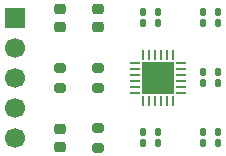
<source format=gbr>
G04 #@! TF.GenerationSoftware,KiCad,Pcbnew,9.0.1+dfsg-1*
G04 #@! TF.CreationDate,2025-05-27T11:20:24+08:00*
G04 #@! TF.ProjectId,i2c_led,6932635f-6c65-4642-9e6b-696361645f70,a*
G04 #@! TF.SameCoordinates,Original*
G04 #@! TF.FileFunction,Soldermask,Top*
G04 #@! TF.FilePolarity,Negative*
%FSLAX46Y46*%
G04 Gerber Fmt 4.6, Leading zero omitted, Abs format (unit mm)*
G04 Created by KiCad (PCBNEW 9.0.1+dfsg-1) date 2025-05-27 11:20:24*
%MOMM*%
%LPD*%
G01*
G04 APERTURE LIST*
G04 Aperture macros list*
%AMRoundRect*
0 Rectangle with rounded corners*
0 $1 Rounding radius*
0 $2 $3 $4 $5 $6 $7 $8 $9 X,Y pos of 4 corners*
0 Add a 4 corners polygon primitive as box body*
4,1,4,$2,$3,$4,$5,$6,$7,$8,$9,$2,$3,0*
0 Add four circle primitives for the rounded corners*
1,1,$1+$1,$2,$3*
1,1,$1+$1,$4,$5*
1,1,$1+$1,$6,$7*
1,1,$1+$1,$8,$9*
0 Add four rect primitives between the rounded corners*
20,1,$1+$1,$2,$3,$4,$5,0*
20,1,$1+$1,$4,$5,$6,$7,0*
20,1,$1+$1,$6,$7,$8,$9,0*
20,1,$1+$1,$8,$9,$2,$3,0*%
G04 Aperture macros list end*
%ADD10RoundRect,0.225000X0.250000X-0.225000X0.250000X0.225000X-0.250000X0.225000X-0.250000X-0.225000X0*%
%ADD11RoundRect,0.200000X0.275000X-0.200000X0.275000X0.200000X-0.275000X0.200000X-0.275000X-0.200000X0*%
%ADD12RoundRect,0.067500X-0.157500X-0.257500X0.157500X-0.257500X0.157500X0.257500X-0.157500X0.257500X0*%
%ADD13RoundRect,0.062500X0.062500X-0.350000X0.062500X0.350000X-0.062500X0.350000X-0.062500X-0.350000X0*%
%ADD14RoundRect,0.062500X0.350000X-0.062500X0.350000X0.062500X-0.350000X0.062500X-0.350000X-0.062500X0*%
%ADD15R,2.700000X2.700000*%
%ADD16RoundRect,0.225000X-0.250000X0.225000X-0.250000X-0.225000X0.250000X-0.225000X0.250000X0.225000X0*%
%ADD17R,1.700000X1.700000*%
%ADD18C,1.700000*%
G04 APERTURE END LIST*
D10*
G04 #@! TO.C,C1*
X144145000Y-92215000D03*
X144145000Y-90665000D03*
G04 #@! TD*
D11*
G04 #@! TO.C,R2*
X144145000Y-97345000D03*
X144145000Y-95695000D03*
G04 #@! TD*
D12*
G04 #@! TO.C,D4*
X147965000Y-101125000D03*
X147965000Y-102075000D03*
X149215000Y-102075000D03*
X149215000Y-101125000D03*
G04 #@! TD*
G04 #@! TO.C,D1*
X153045000Y-101125000D03*
X153045000Y-102075000D03*
X154295000Y-102075000D03*
X154295000Y-101125000D03*
G04 #@! TD*
D13*
G04 #@! TO.C,U1*
X147975000Y-98482500D03*
X148475000Y-98482500D03*
X148975000Y-98482500D03*
X149475000Y-98482500D03*
X149975000Y-98482500D03*
X150475000Y-98482500D03*
D14*
X151187500Y-97770000D03*
X151187500Y-97270000D03*
X151187500Y-96770000D03*
X151187500Y-96270000D03*
X151187500Y-95770000D03*
X151187500Y-95270000D03*
D13*
X150475000Y-94557500D03*
X149975000Y-94557500D03*
X149475000Y-94557500D03*
X148975000Y-94557500D03*
X148475000Y-94557500D03*
X147975000Y-94557500D03*
D14*
X147262500Y-95270000D03*
X147262500Y-95770000D03*
X147262500Y-96270000D03*
X147262500Y-96770000D03*
X147262500Y-97270000D03*
X147262500Y-97770000D03*
D15*
X149225000Y-96520000D03*
G04 #@! TD*
D12*
G04 #@! TO.C,D3*
X153045000Y-90965000D03*
X153045000Y-91915000D03*
X154295000Y-91915000D03*
X154295000Y-90965000D03*
G04 #@! TD*
G04 #@! TO.C,D5*
X147965000Y-90965000D03*
X147965000Y-91915000D03*
X149215000Y-91915000D03*
X149215000Y-90965000D03*
G04 #@! TD*
D11*
G04 #@! TO.C,R3*
X144145000Y-102425000D03*
X144145000Y-100775000D03*
G04 #@! TD*
D12*
G04 #@! TO.C,D2*
X153045000Y-96045000D03*
X153045000Y-96995000D03*
X154295000Y-96995000D03*
X154295000Y-96045000D03*
G04 #@! TD*
D16*
G04 #@! TO.C,C3*
X140970000Y-100825000D03*
X140970000Y-102375000D03*
G04 #@! TD*
D11*
G04 #@! TO.C,R1*
X140970000Y-97345000D03*
X140970000Y-95695000D03*
G04 #@! TD*
D17*
G04 #@! TO.C,J1*
X137160000Y-91440000D03*
D18*
X137160000Y-93980000D03*
X137160000Y-96520000D03*
X137160000Y-99060000D03*
X137160000Y-101600000D03*
G04 #@! TD*
D10*
G04 #@! TO.C,C2*
X140970000Y-92215000D03*
X140970000Y-90665000D03*
G04 #@! TD*
M02*

</source>
